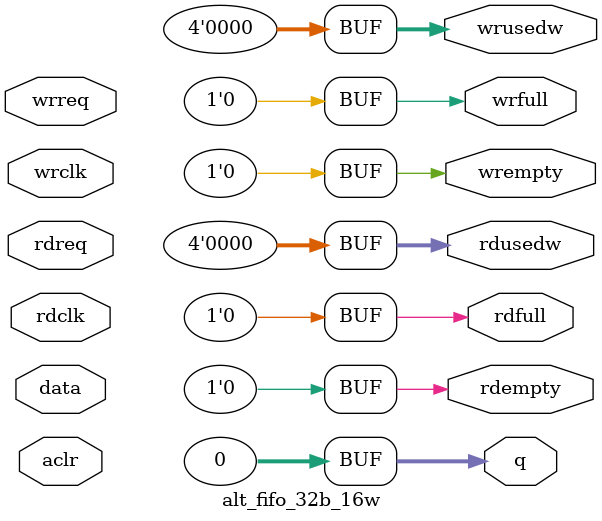
<source format=v>
module alt_fifo_32b_16w(	// file.cleaned.mlir:2:3
  input         aclr,	// file.cleaned.mlir:2:34
  input  [31:0] data,	// file.cleaned.mlir:2:49
  input         rdclk,	// file.cleaned.mlir:2:65
                rdreq,	// file.cleaned.mlir:2:81
                wrclk,	// file.cleaned.mlir:2:97
                wrreq,	// file.cleaned.mlir:2:113
  output [31:0] q,	// file.cleaned.mlir:2:130
  output        rdempty,	// file.cleaned.mlir:2:143
                rdfull,	// file.cleaned.mlir:2:161
  output [3:0]  rdusedw,	// file.cleaned.mlir:2:178
  output        wrempty,	// file.cleaned.mlir:2:196
                wrfull,	// file.cleaned.mlir:2:214
  output [3:0]  wrusedw	// file.cleaned.mlir:2:231
);

  assign q = 32'h0;	// file.cleaned.mlir:3:15, :6:5
  assign rdempty = 1'h0;	// file.cleaned.mlir:4:14, :6:5
  assign rdfull = 1'h0;	// file.cleaned.mlir:4:14, :6:5
  assign rdusedw = 4'h0;	// file.cleaned.mlir:5:14, :6:5
  assign wrempty = 1'h0;	// file.cleaned.mlir:4:14, :6:5
  assign wrfull = 1'h0;	// file.cleaned.mlir:4:14, :6:5
  assign wrusedw = 4'h0;	// file.cleaned.mlir:5:14, :6:5
endmodule


</source>
